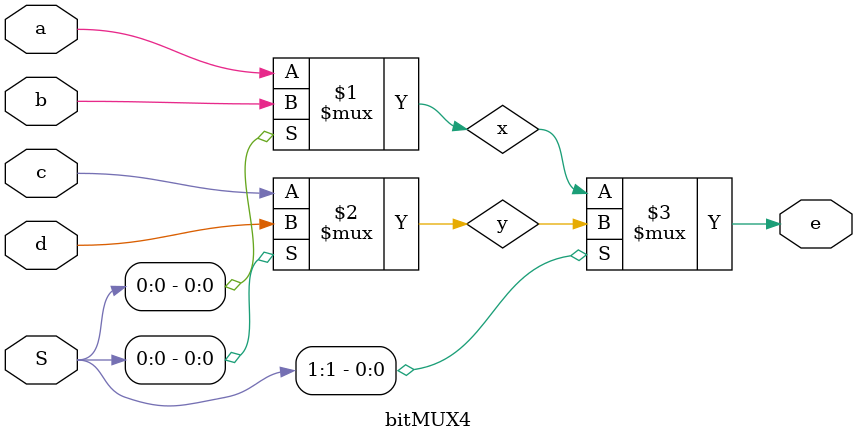
<source format=v>
`timescale 1ns / 1ps


module bitMUX4(
input a,
input b,
input c,
input d,
input [1:0]S,
output e
    );
    wire x;
    wire y;
    assign x=S[0]?b:a;
    assign y=S[0]?d:c;
    assign e=S[1]?y:x;
endmodule

</source>
